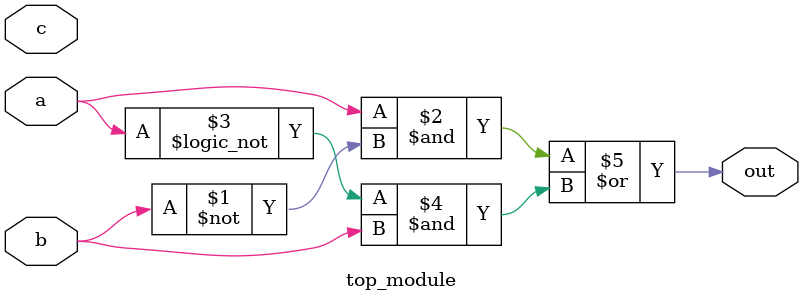
<source format=sv>
module top_module(
    input a, 
    input b,
    input c,
    output out
);

assign out = (a & ~b) | (!a & b);

endmodule

</source>
